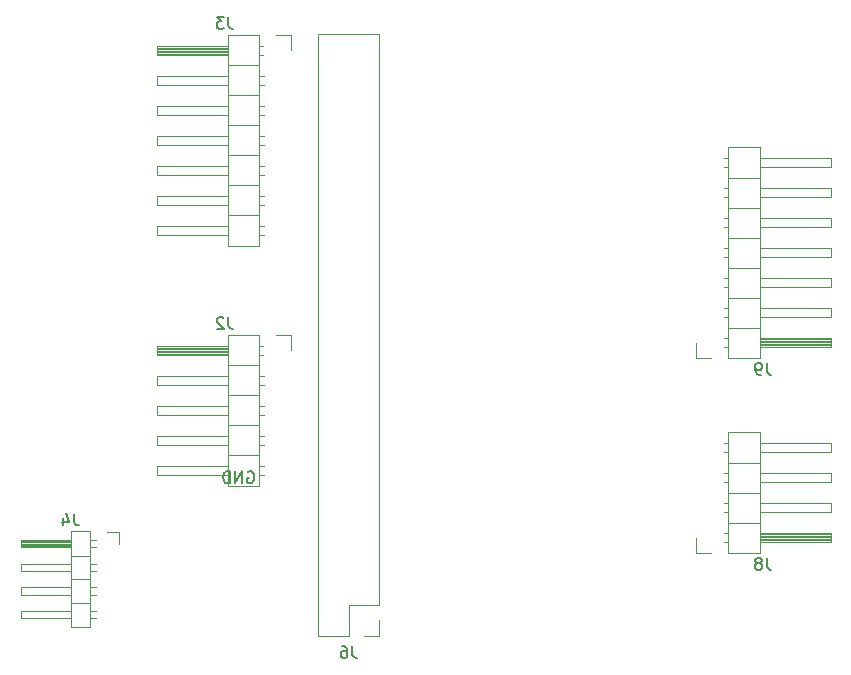
<source format=gbo>
G04 #@! TF.GenerationSoftware,KiCad,Pcbnew,(5.1.2)-2*
G04 #@! TF.CreationDate,2020-03-20T23:36:52+09:00*
G04 #@! TF.ProjectId,simpleRTK2BpiHAT,73696d70-6c65-4525-944b-324270694841,rev?*
G04 #@! TF.SameCoordinates,PX69db1f0PY7882d48*
G04 #@! TF.FileFunction,Legend,Bot*
G04 #@! TF.FilePolarity,Positive*
%FSLAX46Y46*%
G04 Gerber Fmt 4.6, Leading zero omitted, Abs format (unit mm)*
G04 Created by KiCad (PCBNEW (5.1.2)-2) date 2020-03-20 23:36:52*
%MOMM*%
%LPD*%
G04 APERTURE LIST*
%ADD10C,0.150000*%
%ADD11C,0.120000*%
%ADD12O,1.700000X1.700000*%
%ADD13R,1.700000X1.700000*%
%ADD14O,1.350000X1.350000*%
%ADD15R,1.350000X1.350000*%
%ADD16C,3.000000*%
%ADD17R,3.000000X3.000000*%
%ADD18C,1.524000*%
%ADD19R,1.524000X1.524000*%
%ADD20O,2.200000X2.200000*%
%ADD21R,2.200000X2.200000*%
G04 APERTURE END LIST*
D10*
X11556904Y15105000D02*
X11652142Y15152620D01*
X11795000Y15152620D01*
X11937857Y15105000D01*
X12033095Y15009762D01*
X12080714Y14914524D01*
X12128333Y14724048D01*
X12128333Y14581191D01*
X12080714Y14390715D01*
X12033095Y14295477D01*
X11937857Y14200239D01*
X11795000Y14152620D01*
X11699761Y14152620D01*
X11556904Y14200239D01*
X11509285Y14247858D01*
X11509285Y14581191D01*
X11699761Y14581191D01*
X11080714Y14152620D02*
X11080714Y15152620D01*
X10509285Y14152620D01*
X10509285Y15152620D01*
X10033095Y14152620D02*
X10033095Y15152620D01*
X9795000Y15152620D01*
X9652142Y15105000D01*
X9556904Y15009762D01*
X9509285Y14914524D01*
X9461666Y14724048D01*
X9461666Y14581191D01*
X9509285Y14390715D01*
X9556904Y14295477D01*
X9652142Y14200239D01*
X9795000Y14152620D01*
X10033095Y14152620D01*
D11*
X15240000Y26670000D02*
X13970000Y26670000D01*
X15240000Y25400000D02*
X15240000Y26670000D01*
X12927071Y14860000D02*
X12530000Y14860000D01*
X12927071Y15620000D02*
X12530000Y15620000D01*
X3870000Y14860000D02*
X9870000Y14860000D01*
X3870000Y15620000D02*
X3870000Y14860000D01*
X9870000Y15620000D02*
X3870000Y15620000D01*
X12530000Y16510000D02*
X9870000Y16510000D01*
X12927071Y17400000D02*
X12530000Y17400000D01*
X12927071Y18160000D02*
X12530000Y18160000D01*
X3870000Y17400000D02*
X9870000Y17400000D01*
X3870000Y18160000D02*
X3870000Y17400000D01*
X9870000Y18160000D02*
X3870000Y18160000D01*
X12530000Y19050000D02*
X9870000Y19050000D01*
X12927071Y19940000D02*
X12530000Y19940000D01*
X12927071Y20700000D02*
X12530000Y20700000D01*
X3870000Y19940000D02*
X9870000Y19940000D01*
X3870000Y20700000D02*
X3870000Y19940000D01*
X9870000Y20700000D02*
X3870000Y20700000D01*
X12530000Y21590000D02*
X9870000Y21590000D01*
X12927071Y22480000D02*
X12530000Y22480000D01*
X12927071Y23240000D02*
X12530000Y23240000D01*
X3870000Y22480000D02*
X9870000Y22480000D01*
X3870000Y23240000D02*
X3870000Y22480000D01*
X9870000Y23240000D02*
X3870000Y23240000D01*
X12530000Y24130000D02*
X9870000Y24130000D01*
X12860000Y25020000D02*
X12530000Y25020000D01*
X12860000Y25780000D02*
X12530000Y25780000D01*
X9870000Y25120000D02*
X3870000Y25120000D01*
X9870000Y25240000D02*
X3870000Y25240000D01*
X9870000Y25360000D02*
X3870000Y25360000D01*
X9870000Y25480000D02*
X3870000Y25480000D01*
X9870000Y25600000D02*
X3870000Y25600000D01*
X9870000Y25720000D02*
X3870000Y25720000D01*
X3870000Y25020000D02*
X9870000Y25020000D01*
X3870000Y25780000D02*
X3870000Y25020000D01*
X9870000Y25780000D02*
X3870000Y25780000D01*
X9870000Y26730000D02*
X12530000Y26730000D01*
X9870000Y13910000D02*
X9870000Y26730000D01*
X12530000Y13910000D02*
X9870000Y13910000D01*
X12530000Y26730000D02*
X12530000Y13910000D01*
X49530000Y8255000D02*
X50800000Y8255000D01*
X49530000Y9525000D02*
X49530000Y8255000D01*
X51842929Y17525000D02*
X52240000Y17525000D01*
X51842929Y16765000D02*
X52240000Y16765000D01*
X60900000Y17525000D02*
X54900000Y17525000D01*
X60900000Y16765000D02*
X60900000Y17525000D01*
X54900000Y16765000D02*
X60900000Y16765000D01*
X52240000Y15875000D02*
X54900000Y15875000D01*
X51842929Y14985000D02*
X52240000Y14985000D01*
X51842929Y14225000D02*
X52240000Y14225000D01*
X60900000Y14985000D02*
X54900000Y14985000D01*
X60900000Y14225000D02*
X60900000Y14985000D01*
X54900000Y14225000D02*
X60900000Y14225000D01*
X52240000Y13335000D02*
X54900000Y13335000D01*
X51842929Y12445000D02*
X52240000Y12445000D01*
X51842929Y11685000D02*
X52240000Y11685000D01*
X60900000Y12445000D02*
X54900000Y12445000D01*
X60900000Y11685000D02*
X60900000Y12445000D01*
X54900000Y11685000D02*
X60900000Y11685000D01*
X52240000Y10795000D02*
X54900000Y10795000D01*
X51910000Y9905000D02*
X52240000Y9905000D01*
X51910000Y9145000D02*
X52240000Y9145000D01*
X54900000Y9805000D02*
X60900000Y9805000D01*
X54900000Y9685000D02*
X60900000Y9685000D01*
X54900000Y9565000D02*
X60900000Y9565000D01*
X54900000Y9445000D02*
X60900000Y9445000D01*
X54900000Y9325000D02*
X60900000Y9325000D01*
X54900000Y9205000D02*
X60900000Y9205000D01*
X60900000Y9905000D02*
X54900000Y9905000D01*
X60900000Y9145000D02*
X60900000Y9905000D01*
X54900000Y9145000D02*
X60900000Y9145000D01*
X54900000Y8195000D02*
X52240000Y8195000D01*
X54900000Y18475000D02*
X54900000Y8195000D01*
X52240000Y18475000D02*
X54900000Y18475000D01*
X52240000Y8195000D02*
X52240000Y18475000D01*
X21361400Y1235400D02*
X22691400Y1235400D01*
X22691400Y1235400D02*
X22691400Y2565400D01*
X20091400Y1235400D02*
X20091400Y3835400D01*
X20091400Y3835400D02*
X22691400Y3835400D01*
X22691400Y3835400D02*
X22691400Y52155400D01*
X17491400Y52155400D02*
X22691400Y52155400D01*
X17491400Y1235400D02*
X17491400Y52155400D01*
X17491400Y1235400D02*
X20091400Y1235400D01*
X15240000Y52070000D02*
X13970000Y52070000D01*
X15240000Y50800000D02*
X15240000Y52070000D01*
X12927071Y35180000D02*
X12530000Y35180000D01*
X12927071Y35940000D02*
X12530000Y35940000D01*
X3870000Y35180000D02*
X9870000Y35180000D01*
X3870000Y35940000D02*
X3870000Y35180000D01*
X9870000Y35940000D02*
X3870000Y35940000D01*
X12530000Y36830000D02*
X9870000Y36830000D01*
X12927071Y37720000D02*
X12530000Y37720000D01*
X12927071Y38480000D02*
X12530000Y38480000D01*
X3870000Y37720000D02*
X9870000Y37720000D01*
X3870000Y38480000D02*
X3870000Y37720000D01*
X9870000Y38480000D02*
X3870000Y38480000D01*
X12530000Y39370000D02*
X9870000Y39370000D01*
X12927071Y40260000D02*
X12530000Y40260000D01*
X12927071Y41020000D02*
X12530000Y41020000D01*
X3870000Y40260000D02*
X9870000Y40260000D01*
X3870000Y41020000D02*
X3870000Y40260000D01*
X9870000Y41020000D02*
X3870000Y41020000D01*
X12530000Y41910000D02*
X9870000Y41910000D01*
X12927071Y42800000D02*
X12530000Y42800000D01*
X12927071Y43560000D02*
X12530000Y43560000D01*
X3870000Y42800000D02*
X9870000Y42800000D01*
X3870000Y43560000D02*
X3870000Y42800000D01*
X9870000Y43560000D02*
X3870000Y43560000D01*
X12530000Y44450000D02*
X9870000Y44450000D01*
X12927071Y45340000D02*
X12530000Y45340000D01*
X12927071Y46100000D02*
X12530000Y46100000D01*
X3870000Y45340000D02*
X9870000Y45340000D01*
X3870000Y46100000D02*
X3870000Y45340000D01*
X9870000Y46100000D02*
X3870000Y46100000D01*
X12530000Y46990000D02*
X9870000Y46990000D01*
X12927071Y47880000D02*
X12530000Y47880000D01*
X12927071Y48640000D02*
X12530000Y48640000D01*
X3870000Y47880000D02*
X9870000Y47880000D01*
X3870000Y48640000D02*
X3870000Y47880000D01*
X9870000Y48640000D02*
X3870000Y48640000D01*
X12530000Y49530000D02*
X9870000Y49530000D01*
X12860000Y50420000D02*
X12530000Y50420000D01*
X12860000Y51180000D02*
X12530000Y51180000D01*
X9870000Y50520000D02*
X3870000Y50520000D01*
X9870000Y50640000D02*
X3870000Y50640000D01*
X9870000Y50760000D02*
X3870000Y50760000D01*
X9870000Y50880000D02*
X3870000Y50880000D01*
X9870000Y51000000D02*
X3870000Y51000000D01*
X9870000Y51120000D02*
X3870000Y51120000D01*
X3870000Y50420000D02*
X9870000Y50420000D01*
X3870000Y51180000D02*
X3870000Y50420000D01*
X9870000Y51180000D02*
X3870000Y51180000D01*
X9870000Y52130000D02*
X12530000Y52130000D01*
X9870000Y34230000D02*
X9870000Y52130000D01*
X12530000Y34230000D02*
X9870000Y34230000D01*
X12530000Y52130000D02*
X12530000Y34230000D01*
X619000Y10017000D02*
X-381000Y10017000D01*
X619000Y9017000D02*
X619000Y10017000D01*
X-1263114Y2707000D02*
X-1821000Y2707000D01*
X-1263114Y3327000D02*
X-1821000Y3327000D01*
X-7641000Y2707000D02*
X-3441000Y2707000D01*
X-7641000Y3327000D02*
X-7641000Y2707000D01*
X-3441000Y3327000D02*
X-7641000Y3327000D01*
X-1821000Y4017000D02*
X-3441000Y4017000D01*
X-1263114Y4707000D02*
X-1821000Y4707000D01*
X-1263114Y5327000D02*
X-1821000Y5327000D01*
X-7641000Y4707000D02*
X-3441000Y4707000D01*
X-7641000Y5327000D02*
X-7641000Y4707000D01*
X-3441000Y5327000D02*
X-7641000Y5327000D01*
X-1821000Y6017000D02*
X-3441000Y6017000D01*
X-1263114Y6707000D02*
X-1821000Y6707000D01*
X-1263114Y7327000D02*
X-1821000Y7327000D01*
X-7641000Y6707000D02*
X-3441000Y6707000D01*
X-7641000Y7327000D02*
X-7641000Y6707000D01*
X-3441000Y7327000D02*
X-7641000Y7327000D01*
X-1821000Y8017000D02*
X-3441000Y8017000D01*
X-1316000Y8707000D02*
X-1821000Y8707000D01*
X-1316000Y9327000D02*
X-1821000Y9327000D01*
X-3441000Y8787000D02*
X-7641000Y8787000D01*
X-3441000Y8907000D02*
X-7641000Y8907000D01*
X-3441000Y9027000D02*
X-7641000Y9027000D01*
X-3441000Y9147000D02*
X-7641000Y9147000D01*
X-3441000Y9267000D02*
X-7641000Y9267000D01*
X-7641000Y8707000D02*
X-3441000Y8707000D01*
X-7641000Y9327000D02*
X-7641000Y8707000D01*
X-3441000Y9327000D02*
X-7641000Y9327000D01*
X-3441000Y10077000D02*
X-1821000Y10077000D01*
X-3441000Y1957000D02*
X-3441000Y10077000D01*
X-1821000Y1957000D02*
X-3441000Y1957000D01*
X-1821000Y10077000D02*
X-1821000Y1957000D01*
X49530000Y24765000D02*
X50800000Y24765000D01*
X49530000Y26035000D02*
X49530000Y24765000D01*
X51842929Y41655000D02*
X52240000Y41655000D01*
X51842929Y40895000D02*
X52240000Y40895000D01*
X60900000Y41655000D02*
X54900000Y41655000D01*
X60900000Y40895000D02*
X60900000Y41655000D01*
X54900000Y40895000D02*
X60900000Y40895000D01*
X52240000Y40005000D02*
X54900000Y40005000D01*
X51842929Y39115000D02*
X52240000Y39115000D01*
X51842929Y38355000D02*
X52240000Y38355000D01*
X60900000Y39115000D02*
X54900000Y39115000D01*
X60900000Y38355000D02*
X60900000Y39115000D01*
X54900000Y38355000D02*
X60900000Y38355000D01*
X52240000Y37465000D02*
X54900000Y37465000D01*
X51842929Y36575000D02*
X52240000Y36575000D01*
X51842929Y35815000D02*
X52240000Y35815000D01*
X60900000Y36575000D02*
X54900000Y36575000D01*
X60900000Y35815000D02*
X60900000Y36575000D01*
X54900000Y35815000D02*
X60900000Y35815000D01*
X52240000Y34925000D02*
X54900000Y34925000D01*
X51842929Y34035000D02*
X52240000Y34035000D01*
X51842929Y33275000D02*
X52240000Y33275000D01*
X60900000Y34035000D02*
X54900000Y34035000D01*
X60900000Y33275000D02*
X60900000Y34035000D01*
X54900000Y33275000D02*
X60900000Y33275000D01*
X52240000Y32385000D02*
X54900000Y32385000D01*
X51842929Y31495000D02*
X52240000Y31495000D01*
X51842929Y30735000D02*
X52240000Y30735000D01*
X60900000Y31495000D02*
X54900000Y31495000D01*
X60900000Y30735000D02*
X60900000Y31495000D01*
X54900000Y30735000D02*
X60900000Y30735000D01*
X52240000Y29845000D02*
X54900000Y29845000D01*
X51842929Y28955000D02*
X52240000Y28955000D01*
X51842929Y28195000D02*
X52240000Y28195000D01*
X60900000Y28955000D02*
X54900000Y28955000D01*
X60900000Y28195000D02*
X60900000Y28955000D01*
X54900000Y28195000D02*
X60900000Y28195000D01*
X52240000Y27305000D02*
X54900000Y27305000D01*
X51910000Y26415000D02*
X52240000Y26415000D01*
X51910000Y25655000D02*
X52240000Y25655000D01*
X54900000Y26315000D02*
X60900000Y26315000D01*
X54900000Y26195000D02*
X60900000Y26195000D01*
X54900000Y26075000D02*
X60900000Y26075000D01*
X54900000Y25955000D02*
X60900000Y25955000D01*
X54900000Y25835000D02*
X60900000Y25835000D01*
X54900000Y25715000D02*
X60900000Y25715000D01*
X60900000Y26415000D02*
X54900000Y26415000D01*
X60900000Y25655000D02*
X60900000Y26415000D01*
X54900000Y25655000D02*
X60900000Y25655000D01*
X54900000Y24705000D02*
X52240000Y24705000D01*
X54900000Y42605000D02*
X54900000Y24705000D01*
X52240000Y42605000D02*
X54900000Y42605000D01*
X52240000Y24705000D02*
X52240000Y42605000D01*
D10*
X9918333Y28217620D02*
X9918333Y27503334D01*
X9965952Y27360477D01*
X10061190Y27265239D01*
X10204047Y27217620D01*
X10299285Y27217620D01*
X9489761Y28122381D02*
X9442142Y28170000D01*
X9346904Y28217620D01*
X9108809Y28217620D01*
X9013571Y28170000D01*
X8965952Y28122381D01*
X8918333Y28027143D01*
X8918333Y27931905D01*
X8965952Y27789048D01*
X9537380Y27217620D01*
X8918333Y27217620D01*
X55518333Y7802620D02*
X55518333Y7088334D01*
X55565952Y6945477D01*
X55661190Y6850239D01*
X55804047Y6802620D01*
X55899285Y6802620D01*
X54899285Y7374048D02*
X54994523Y7421667D01*
X55042142Y7469286D01*
X55089761Y7564524D01*
X55089761Y7612143D01*
X55042142Y7707381D01*
X54994523Y7755000D01*
X54899285Y7802620D01*
X54708809Y7802620D01*
X54613571Y7755000D01*
X54565952Y7707381D01*
X54518333Y7612143D01*
X54518333Y7564524D01*
X54565952Y7469286D01*
X54613571Y7421667D01*
X54708809Y7374048D01*
X54899285Y7374048D01*
X54994523Y7326429D01*
X55042142Y7278810D01*
X55089761Y7183572D01*
X55089761Y6993096D01*
X55042142Y6897858D01*
X54994523Y6850239D01*
X54899285Y6802620D01*
X54708809Y6802620D01*
X54613571Y6850239D01*
X54565952Y6897858D01*
X54518333Y6993096D01*
X54518333Y7183572D01*
X54565952Y7278810D01*
X54613571Y7326429D01*
X54708809Y7374048D01*
X20424733Y343020D02*
X20424733Y-371266D01*
X20472352Y-514123D01*
X20567590Y-609361D01*
X20710447Y-656980D01*
X20805685Y-656980D01*
X19519971Y343020D02*
X19710447Y343020D01*
X19805685Y295400D01*
X19853304Y247781D01*
X19948542Y104924D01*
X19996161Y-85552D01*
X19996161Y-466504D01*
X19948542Y-561742D01*
X19900923Y-609361D01*
X19805685Y-656980D01*
X19615209Y-656980D01*
X19519971Y-609361D01*
X19472352Y-561742D01*
X19424733Y-466504D01*
X19424733Y-228409D01*
X19472352Y-133171D01*
X19519971Y-85552D01*
X19615209Y-37933D01*
X19805685Y-37933D01*
X19900923Y-85552D01*
X19948542Y-133171D01*
X19996161Y-228409D01*
X9918333Y53617620D02*
X9918333Y52903334D01*
X9965952Y52760477D01*
X10061190Y52665239D01*
X10204047Y52617620D01*
X10299285Y52617620D01*
X9537380Y53617620D02*
X8918333Y53617620D01*
X9251666Y53236667D01*
X9108809Y53236667D01*
X9013571Y53189048D01*
X8965952Y53141429D01*
X8918333Y53046191D01*
X8918333Y52808096D01*
X8965952Y52712858D01*
X9013571Y52665239D01*
X9108809Y52617620D01*
X9394523Y52617620D01*
X9489761Y52665239D01*
X9537380Y52712858D01*
X-3147667Y11564620D02*
X-3147667Y10850334D01*
X-3100048Y10707477D01*
X-3004810Y10612239D01*
X-2861953Y10564620D01*
X-2766715Y10564620D01*
X-4052429Y11231286D02*
X-4052429Y10564620D01*
X-3814334Y11612239D02*
X-3576239Y10897953D01*
X-4195286Y10897953D01*
X55518333Y24312620D02*
X55518333Y23598334D01*
X55565952Y23455477D01*
X55661190Y23360239D01*
X55804047Y23312620D01*
X55899285Y23312620D01*
X54994523Y23312620D02*
X54804047Y23312620D01*
X54708809Y23360239D01*
X54661190Y23407858D01*
X54565952Y23550715D01*
X54518333Y23741191D01*
X54518333Y24122143D01*
X54565952Y24217381D01*
X54613571Y24265000D01*
X54708809Y24312620D01*
X54899285Y24312620D01*
X54994523Y24265000D01*
X55042142Y24217381D01*
X55089761Y24122143D01*
X55089761Y23884048D01*
X55042142Y23788810D01*
X54994523Y23741191D01*
X54899285Y23693572D01*
X54708809Y23693572D01*
X54613571Y23741191D01*
X54565952Y23788810D01*
X54518333Y23884048D01*
%LPC*%
D12*
X63500000Y46355000D03*
X60960000Y46355000D03*
X58420000Y46355000D03*
D13*
X55880000Y46355000D03*
D12*
X13970000Y15240000D03*
X13970000Y17780000D03*
X13970000Y20320000D03*
X13970000Y22860000D03*
D13*
X13970000Y25400000D03*
D12*
X46482000Y7747000D03*
X46482000Y10287000D03*
X46482000Y12827000D03*
D13*
X46482000Y15367000D03*
X50800000Y2540000D03*
D12*
X53340000Y2540000D03*
X55880000Y2540000D03*
X58420000Y2540000D03*
X60960000Y2540000D03*
X63500000Y2540000D03*
X50800000Y17145000D03*
X50800000Y14605000D03*
X50800000Y12065000D03*
D13*
X50800000Y9525000D03*
D12*
X18821400Y50825400D03*
X21361400Y50825400D03*
X18821400Y48285400D03*
X21361400Y48285400D03*
X18821400Y45745400D03*
X21361400Y45745400D03*
X18821400Y43205400D03*
X21361400Y43205400D03*
X18821400Y40665400D03*
X21361400Y40665400D03*
X18821400Y38125400D03*
X21361400Y38125400D03*
X18821400Y35585400D03*
X21361400Y35585400D03*
X18821400Y33045400D03*
X21361400Y33045400D03*
X18821400Y30505400D03*
X21361400Y30505400D03*
X18821400Y27965400D03*
X21361400Y27965400D03*
X18821400Y25425400D03*
X21361400Y25425400D03*
X18821400Y22885400D03*
X21361400Y22885400D03*
X18821400Y20345400D03*
X21361400Y20345400D03*
X18821400Y17805400D03*
X21361400Y17805400D03*
X18821400Y15265400D03*
X21361400Y15265400D03*
X18821400Y12725400D03*
X21361400Y12725400D03*
X18821400Y10185400D03*
X21361400Y10185400D03*
X18821400Y7645400D03*
X21361400Y7645400D03*
X18821400Y5105400D03*
X21361400Y5105400D03*
X18821400Y2565400D03*
D13*
X21361400Y2565400D03*
D12*
X13970000Y35560000D03*
X13970000Y38100000D03*
X13970000Y40640000D03*
X13970000Y43180000D03*
X13970000Y45720000D03*
X13970000Y48260000D03*
D13*
X13970000Y50800000D03*
D14*
X-381000Y3017000D03*
X-381000Y5017000D03*
X-381000Y7017000D03*
D15*
X-381000Y9017000D03*
D12*
X50800000Y41275000D03*
X50800000Y38735000D03*
X50800000Y36195000D03*
X50800000Y33655000D03*
X50800000Y31115000D03*
X50800000Y28575000D03*
D13*
X50800000Y26035000D03*
D12*
X35560000Y37465000D03*
D13*
X38100000Y37465000D03*
D12*
X41910000Y50800000D03*
X39370000Y50800000D03*
X36830000Y50800000D03*
X34290000Y50800000D03*
X31750000Y50800000D03*
X29210000Y50800000D03*
D13*
X26670000Y50800000D03*
D12*
X63500000Y50800000D03*
X60960000Y50800000D03*
X58420000Y50800000D03*
X55880000Y50800000D03*
X53340000Y50800000D03*
X50800000Y50800000D03*
X48260000Y50800000D03*
D13*
X45720000Y50800000D03*
D12*
X45720000Y2540000D03*
X43180000Y2540000D03*
X40640000Y2540000D03*
X38100000Y2540000D03*
X35560000Y2540000D03*
X33020000Y2540000D03*
X30480000Y2540000D03*
D13*
X27940000Y2540000D03*
D16*
X34290000Y22225000D03*
D17*
X34290000Y17145000D03*
D18*
X43180000Y27940000D03*
X43180000Y33020000D03*
X35560000Y27940000D03*
X35560000Y33020000D03*
X33020000Y27940000D03*
D19*
X33020000Y33020000D03*
D20*
X27305000Y34290000D03*
D21*
X27305000Y24130000D03*
D20*
X15240000Y2540000D03*
D21*
X5080000Y2540000D03*
M02*

</source>
